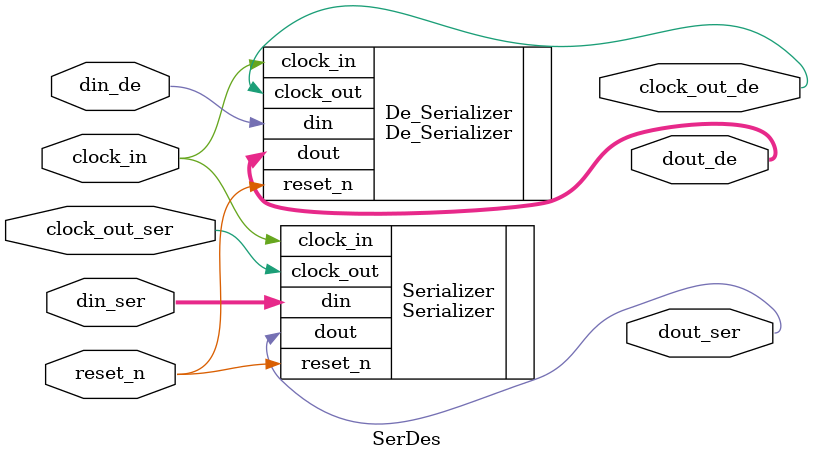
<source format=v>
module SerDes
#(parameter WIDTH = 8, LOG_WIDTH = 3)
(
	input  wire 					clock_in, reset_n,	
	input  wire 			 		din_de,
	input  wire 					clock_out_ser,	
	input  wire [WIDTH - 1: 0] 		din_ser,
	
	output wire 					dout_ser,	
	output wire [WIDTH - 1: 0]		dout_de,
	output wire 					clock_out_de
);

	Serializer #(.WIDTH(WIDTH), .LOG_WIDTH(LOG_WIDTH))
	Serializer
	(
		.clock_in(clock_in), 		.reset_n(reset_n),
		.clock_out(clock_out_ser), 	.din(din_ser),
		.dout(dout_ser)
	);

	De_Serializer #(.WIDTH(WIDTH), .LOG_WIDTH(LOG_WIDTH))
	De_Serializer
	(
	.clock_in(clock_in), 	.reset_n(reset_n),	
	.din(din_de),			.dout(dout_de),
	.clock_out(clock_out_de)
	);
		
endmodule

</source>
